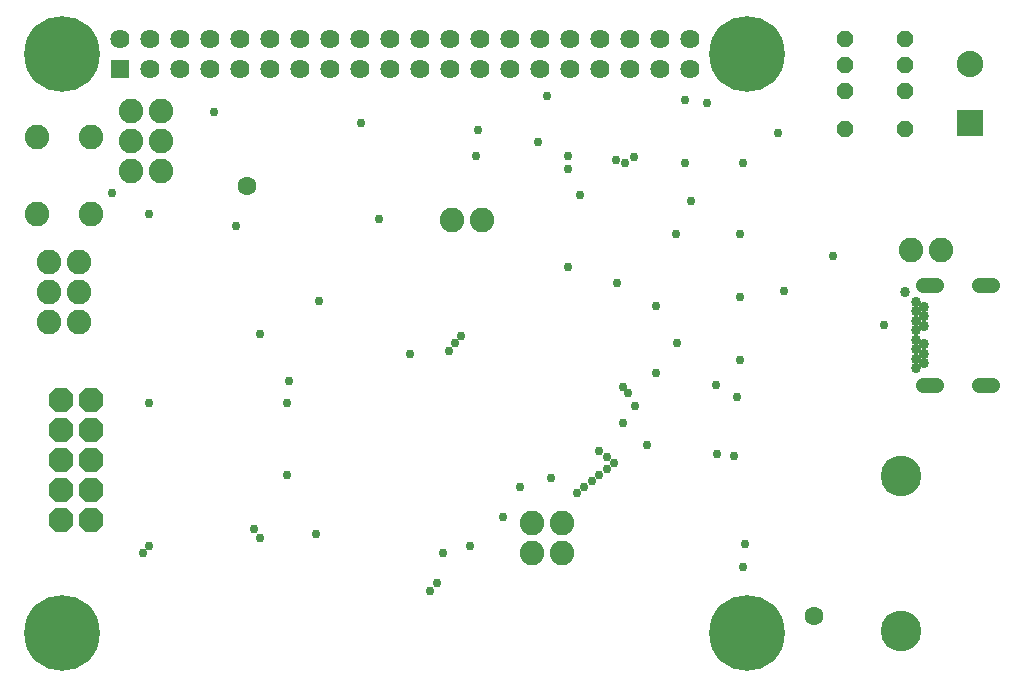
<source format=gbr>
G04 EAGLE Gerber RS-274X export*
G75*
%MOMM*%
%FSLAX34Y34*%
%LPD*%
%INSoldermask Bottom*%
%IPPOS*%
%AMOC8*
5,1,8,0,0,1.08239X$1,22.5*%
G01*
%ADD10C,6.403200*%
%ADD11R,1.625600X1.625600*%
%ADD12C,1.625600*%
%ADD13P,2.254402X8X112.500000*%
%ADD14C,2.082800*%
%ADD15C,3.439163*%
%ADD16C,1.253200*%
%ADD17C,0.856400*%
%ADD18R,2.235200X2.235200*%
%ADD19C,2.235200*%
%ADD20P,1.507986X8X112.500000*%
%ADD21C,0.756400*%
%ADD22C,1.603200*%
%ADD23C,0.863600*%


D10*
X39260Y62340D03*
X619260Y62340D03*
X619260Y552340D03*
X39260Y552340D03*
D11*
X87960Y539640D03*
D12*
X113360Y539640D03*
X138760Y539640D03*
X164160Y539640D03*
X189560Y539640D03*
X214960Y539640D03*
X87960Y565040D03*
X113360Y565040D03*
X138760Y565040D03*
X164160Y565040D03*
X189560Y565040D03*
X214960Y565040D03*
X240360Y539640D03*
X240360Y565040D03*
X265760Y539640D03*
X291160Y539640D03*
X316560Y539640D03*
X341960Y539640D03*
X367360Y539640D03*
X392760Y539640D03*
X265760Y565040D03*
X291160Y565040D03*
X316560Y565040D03*
X341960Y565040D03*
X367360Y565040D03*
X392760Y565040D03*
X418160Y539640D03*
X418160Y565040D03*
X443560Y539640D03*
X468960Y539640D03*
X494360Y539640D03*
X519760Y539640D03*
X545160Y539640D03*
X570560Y539640D03*
X443560Y565040D03*
X468960Y565040D03*
X494360Y565040D03*
X519760Y565040D03*
X545160Y565040D03*
X570560Y565040D03*
D13*
X63500Y157480D03*
X38100Y157480D03*
X63500Y182880D03*
X38100Y182880D03*
X63500Y208280D03*
X38100Y208280D03*
X63500Y233680D03*
X38100Y233680D03*
X63500Y259080D03*
X38100Y259080D03*
D14*
X27940Y325120D03*
X53340Y325120D03*
X27940Y350520D03*
X53340Y350520D03*
X27940Y375920D03*
X53340Y375920D03*
X18034Y417068D03*
X18034Y482092D03*
X63246Y417068D03*
X63246Y482092D03*
D15*
X749780Y195199D03*
X749780Y63881D03*
D14*
X369570Y411480D03*
X394970Y411480D03*
X436880Y129540D03*
X462280Y129540D03*
X436880Y154940D03*
X462280Y154940D03*
D16*
X768378Y271752D02*
X778878Y271752D01*
X778878Y357152D02*
X768378Y357152D01*
X815678Y271752D02*
X826178Y271752D01*
X826178Y357152D02*
X815678Y357152D01*
D17*
X762128Y342452D03*
X769228Y338452D03*
X769228Y330452D03*
X762128Y326452D03*
X769228Y322452D03*
X762128Y318452D03*
X762128Y310452D03*
X769228Y306452D03*
X762128Y302452D03*
X769228Y298452D03*
X769228Y290452D03*
X762128Y286452D03*
X762128Y294452D03*
X762128Y334452D03*
D14*
X783590Y386080D03*
X758190Y386080D03*
D18*
X807720Y494030D03*
D19*
X807720Y544030D03*
D20*
X753110Y488950D03*
X753110Y520950D03*
X753110Y542950D03*
X753110Y564950D03*
X702310Y564950D03*
X702310Y542950D03*
X702310Y520950D03*
X702310Y488950D03*
D14*
X97790Y504190D03*
X123190Y504190D03*
X97790Y478790D03*
X123190Y478790D03*
X97790Y453390D03*
X123190Y453390D03*
D21*
X692150Y381000D03*
X585470Y510540D03*
X334010Y298450D03*
X229870Y195580D03*
X412750Y160020D03*
X307340Y412750D03*
X186690Y406400D03*
X453390Y193040D03*
X542290Y281940D03*
X167640Y502920D03*
X81280Y434340D03*
X292100Y494030D03*
X467360Y372110D03*
X254000Y146050D03*
X645160Y485140D03*
D22*
X195580Y440690D03*
D21*
X608330Y212090D03*
X610235Y262255D03*
X391160Y487680D03*
X650240Y351790D03*
X593725Y213995D03*
X593090Y271780D03*
X571500Y427990D03*
X467360Y454660D03*
X515620Y459740D03*
X534670Y220980D03*
X613410Y293370D03*
D23*
X753110Y350520D03*
D21*
X524510Y254000D03*
X613410Y346710D03*
X229870Y256540D03*
X113030Y256540D03*
X506730Y205740D03*
X613410Y400050D03*
X494030Y195580D03*
X376908Y313690D03*
X372110Y307340D03*
X487680Y190500D03*
X367030Y300990D03*
X481330Y185420D03*
X542290Y339090D03*
X513985Y270875D03*
X560070Y307340D03*
X518160Y265430D03*
X500380Y210820D03*
X558800Y400050D03*
X509270Y358140D03*
X494030Y215900D03*
X514350Y240030D03*
X207010Y142240D03*
X500380Y200660D03*
X201930Y149860D03*
X566420Y459740D03*
X566420Y513080D03*
X449580Y516890D03*
X467360Y466316D03*
X508000Y462280D03*
X477520Y433070D03*
X389890Y466316D03*
X441960Y477520D03*
X615950Y459740D03*
X523240Y464820D03*
X361950Y129540D03*
X107950Y129540D03*
X384810Y135890D03*
X113030Y135890D03*
X256540Y342900D03*
X113030Y416560D03*
X615950Y118110D03*
X350520Y97790D03*
X356870Y104140D03*
X617220Y137160D03*
X735330Y322580D03*
X231140Y275590D03*
X474980Y180340D03*
X207010Y314960D03*
X426720Y185420D03*
D22*
X675640Y76200D03*
M02*

</source>
